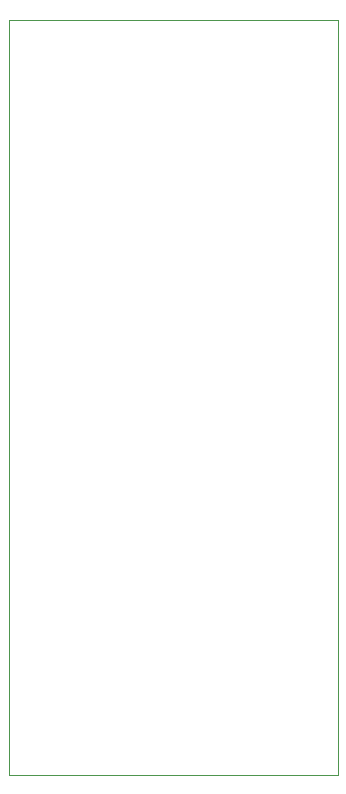
<source format=gbr>
%TF.GenerationSoftware,KiCad,Pcbnew,9.0.0*%
%TF.CreationDate,2025-04-24T12:01:06-04:00*%
%TF.ProjectId,Tiny4FSKGeneralShield,54696e79-3446-4534-9b47-656e6572616c,rev?*%
%TF.SameCoordinates,Original*%
%TF.FileFunction,Profile,NP*%
%FSLAX46Y46*%
G04 Gerber Fmt 4.6, Leading zero omitted, Abs format (unit mm)*
G04 Created by KiCad (PCBNEW 9.0.0) date 2025-04-24 12:01:06*
%MOMM*%
%LPD*%
G01*
G04 APERTURE LIST*
%TA.AperFunction,Profile*%
%ADD10C,0.100000*%
%TD*%
G04 APERTURE END LIST*
D10*
X162727000Y-126875772D02*
X134877000Y-126875772D01*
X134877000Y-62975772D01*
X162727000Y-62975772D01*
X162727000Y-126875772D01*
M02*

</source>
